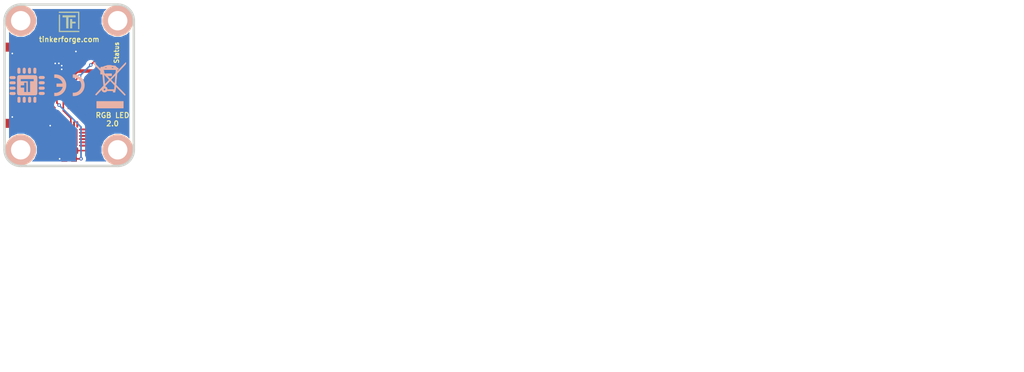
<source format=kicad_pcb>
(kicad_pcb (version 20221018) (generator pcbnew)
  (title_block (title "RGB LED Bricklet") (date "2018-06-27") (rev "2.0") (company "Tinkerforge GmbH") (comment 1 "Licensed under CERN OHL v.1.1") (comment 2 "Copyright (©) 2018, L.Lauer <lukas@tinkerforge.com>"))
  (layers (0 "F.Cu" signal "Vorderseite") (31 "B.Cu" signal "Rückseite") (34 "B.Paste" user) (35 "F.Paste" user) (36 "B.SilkS" user "B.Silkscreen") (37 "F.SilkS" user "F.Silkscreen") (38 "B.Mask" user) (39 "F.Mask" user) (44 "Edge.Cuts" user))
  (net 0 "")
  (net 1 "GND")
  (net 2 "VCC")
  (net 3 "Net-(P1-Pad6)")
  (net 4 "Net-(C1-Pad1)")
  (net 5 "Net-(D1-Pad2)")
  (net 6 "Net-(D2-Pad3)")
  (net 7 "Net-(D2-Pad1)")
  (net 8 "Net-(D2-Pad2)")
  (net 9 "Net-(P1-Pad1)")
  (net 10 "Net-(P1-Pad4)")
  (net 11 "Net-(P1-Pad5)")
  (net 12 "Net-(P2-Pad1)")
  (net 13 "Net-(P3-Pad2)")
  (net 14 "R")
  (net 15 "G")
  (net 16 "Net-(R3-Pad1)")
  (net 17 "B")
  (net 18 "S-MISO")
  (net 19 "S-MOSI")
  (net 20 "S-CLK")
  (net 21 "S-CS")
  (net 22 "Net-(U1-Pad3)")
  (net 23 "Net-(U1-Pad4)")
  (net 24 "Net-(U1-Pad5)")
  (net 25 "Net-(U1-Pad6)")
  (net 26 "Net-(U1-Pad11)")
  (net 27 "Net-(U1-Pad16)")
  (net 28 "Net-(U1-Pad18)")
  (net 29 "Net-(U1-Pad19)")
  (net 30 "Net-(U1-Pad20)")
  (net 31 "Net-(U1-Pad8)")
  (net 32 "Net-(U1-Pad17)")
  (net 33 "Net-(U1-Pad15)")
  (footprint "kicad-libraries:DRILL_NP" (layer "F.Cu") (at 142.8 128.1 90)
    (fp_text reference "U3" hide)
    (fp_text value "DRILL" hide)
    (pad "" np_thru_hole circle (at 0 0 90) (size 2.99974 2.99974) (drill 2.99974) (layers "*.Cu" "*.Mask" "F.SilkS") (clearance 0.89916))
  )
  (footprint "kicad-libraries:DRILL_NP" (layer "F.Cu") (at 127.8 128.1 90)
    (fp_text reference "U4" hide)
    (fp_text value "DRILL" hide)
    (pad "" np_thru_hole circle (at 0 0 90) (size 2.99974 2.99974) (drill 2.99974) (layers "*.Cu" "*.Mask" "F.SilkS") (clearance 0.89916))
  )
  (footprint "kicad-libraries:DRILL_NP" (layer "F.Cu") (at 142.8 108.1)
    (fp_text reference "U5" hide)
    (fp_text value "DRILL" hide)
    (pad "" np_thru_hole circle (at 0 0) (size 2.99974 2.99974) (drill 2.99974) (layers "*.Cu" "*.Mask" "F.SilkS") (clearance 0.89916))
  )
  (footprint "kicad-libraries:Logo_31x31" (layer "F.Cu") (at 133.7 106.7)
    (fp_text reference "G***" hide)
    (fp_text value "Logo_31x31" hide)
  )
  (footprint "kicad-libraries:Fiducial_Mark" (layer "F.Cu") (at 131.3 127.1)
    (fp_text reference "Fiducial_Mark" hide)
    (fp_text value "VAL**" hide)
    (pad "1" smd circle (at 0 0) (size 1.00076 1.00076) (layers "F.Cu" "F.Paste" "F.Mask") (clearance 0.65024))
  )
  (footprint "kicad-libraries:Fiducial_Mark" (layer "F.Cu") (at 131.8 108.1)
    (fp_text reference "Fiducial_Mark" hide)
    (fp_text value "VAL**" hide)
    (pad "1" smd circle (at 0 0) (size 1.00076 1.00076) (layers "F.Cu" "F.Paste" "F.Mask") (clearance 0.65024))
  )
  (footprint "kicad-libraries:Fiducial_Mark" (layer "F.Cu") (at 138.8 107.1)
    (fp_text reference "Fiducial_Mark" hide)
    (fp_text value "VAL**" hide)
    (pad "1" smd circle (at 0 0) (size 1.00076 1.00076) (layers "F.Cu" "F.Paste" "F.Mask") (clearance 0.65024))
  )
  (footprint "kicad-libraries:C0402F" (layer "F.Cu") (at 131.6 123.6 -45)
    (fp_text reference "C1")
    (fp_text value "220pF")
    (pad "1" smd rect (at -0.499999 0 315) (size 0.6 0.7) (layers "F.Cu" "F.Paste" "F.Mask") (net 4 "Net-(C1-Pad1)"))
    (pad "2" smd rect (at 0.499999 0 315) (size 0.6 0.7) (layers "F.Cu" "F.Paste" "F.Mask") (net 1 "GND"))
  )
  (footprint "kicad-libraries:C0805" (layer "F.Cu") (at 131.9 116.2 90)
    (fp_text reference "C3")
    (fp_text value "10uF")
    (pad "1" smd rect (at -1.00076 0 90) (size 1.00076 1.24968) (layers "F.Cu" "F.Paste" "F.Mask") (net 2 "VCC") (clearance 0.14986))
    (pad "2" smd rect (at 1.00076 0 90) (size 1.00076 1.24968) (layers "F.Cu" "F.Paste" "F.Mask") (net 1 "GND") (clearance 0.14986))
  )
  (footprint "kicad-libraries:C0603F" (layer "F.Cu") (at 133.4 116.2 90)
    (fp_text reference "C4")
    (fp_text value "1uF")
    (pad "1" smd rect (at -0.75 0 90) (size 0.9 0.9) (layers "F.Cu" "F.Paste" "F.Mask") (net 2 "VCC"))
    (pad "2" smd rect (at 0.75 0 90) (size 0.9 0.9) (layers "F.Cu" "F.Paste" "F.Mask") (net 1 "GND"))
  )
  (footprint "kicad-libraries:C0603F" (layer "F.Cu") (at 135.3 129.5 180)
    (fp_text reference "C5")
    (fp_text value "100nF")
    (pad "1" smd rect (at -0.75 0 180) (size 0.9 0.9) (layers "F.Cu" "F.Paste" "F.Mask") (net 2 "VCC"))
    (pad "2" smd rect (at 0.75 0 180) (size 0.9 0.9) (layers "F.Cu" "F.Paste" "F.Mask") (net 1 "GND"))
  )
  (footprint "kicad-libraries:D0603F" (layer "F.Cu") (at 143.73 113.05 90)
    (fp_text reference "D1")
    (fp_text value "blue")
    (pad "1" smd rect (at -0.75 0 90) (size 0.9 0.9) (layers "F.Cu" "F.Paste" "F.Mask") (net 2 "VCC"))
    (pad "2" smd rect (at 0.75 0 90) (size 0.9 0.9) (layers "F.Cu" "F.Paste" "F.Mask") (net 5 "Net-(D1-Pad2)"))
  )
  (footprint "kicad-libraries:PLCC6-RGB" (layer "F.Cu") (at 141.9 118.1 -90)
    (fp_text reference "D2")
    (fp_text value "QBLP679E-RGB")
    (pad "1" smd rect (at 2.2 1.8 270) (size 2 1.4) (layers "F.Cu" "F.Paste" "F.Mask") (net 7 "Net-(D2-Pad1)"))
    (pad "2" smd rect (at 2.2 0 270) (size 2 1) (layers "F.Cu" "F.Paste" "F.Mask") (net 8 "Net-(D2-Pad2)"))
    (pad "3" smd rect (at 2.2 -1.8 270) (size 2 1.4) (layers "F.Cu" "F.Paste" "F.Mask") (net 6 "Net-(D2-Pad3)"))
    (pad "4" smd rect (at -2.2 -1.8 270) (size 2 1.4) (layers "F.Cu" "F.Paste" "F.Mask") (net 2 "VCC"))
    (pad "5" smd rect (at -2.2 0 270) (size 2 1) (layers "F.Cu" "F.Paste" "F.Mask") (net 2 "VCC"))
    (pad "6" smd rect (at -2.2 1.8 270) (size 2 1.4) (layers "F.Cu" "F.Paste" "F.Mask") (net 2 "VCC"))
  )
  (footprint "kicad-libraries:CON-SENSOR2" (layer "F.Cu") (at 125.3 118.1 -90)
    (fp_text reference "P1")
    (fp_text value "CON-SENSOR2")
    (pad "1" smd rect (at -3.75 -4.6 270) (size 0.6 1.8) (layers "F.Cu" "F.Paste" "F.Mask") (net 9 "Net-(P1-Pad1)"))
    (pad "2" smd rect (at -2.5 -4.6 270) (size 0.6 1.8) (layers "F.Cu" "F.Paste" "F.Mask") (net 1 "GND"))
    (pad "3" smd rect (at -1.25 -4.6 270) (size 0.6 1.8) (layers "F.Cu" "F.Paste" "F.Mask") (net 2 "VCC"))
    (pad "4" smd rect (at 0 -4.6 270) (size 0.6 1.8) (layers "F.Cu" "F.Paste" "F.Mask") (net 10 "Net-(P1-Pad4)"))
    (pad "5" smd rect (at 1.25 -4.6 270) (size 0.6 1.8) (layers "F.Cu" "F.Paste" "F.Mask") (net 11 "Net-(P1-Pad5)"))
    (pad "6" smd rect (at 2.5 -4.6 270) (size 0.6 1.8) (layers "F.Cu" "F.Paste" "F.Mask") (net 3 "Net-(P1-Pad6)"))
    (pad "7" smd rect (at 3.75 -4.6 270) (size 0.6 1.8) (layers "F.Cu" "F.Paste" "F.Mask") (net 4 "Net-(C1-Pad1)"))
    (pad "EP" smd rect (at -5.9 -1.2 270) (size 1.4 2.4) (layers "F.Cu" "F.Paste" "F.Mask") (net 1 "GND"))
    (pad "EP" smd rect (at 5.9 -1.2 270) (size 1.4 2.4) (layers "F.Cu" "F.Paste" "F.Mask") (net 1 "GND"))
  )
  (footprint "kicad-libraries:DEBUG_PAD" (layer "F.Cu") (at 131.67 128.79)
    (fp_text reference "P2")
    (fp_text value "DEBUG")
    (pad "1" smd circle (at 0 0) (size 0.7 0.7) (layers "F.Cu" "F.Paste" "F.Mask") (net 12 "Net-(P2-Pad1)"))
  )
  (footprint "kicad-libraries:SolderJumper" (layer "F.Cu") (at 135.33 112.87 180)
    (fp_text reference "P3")
    (fp_text value "BOOT")
    (pad "1" smd rect (at -0.5 0 180) (size 0.4 1.4) (layers "F.Cu" "F.Mask") (net 1 "GND"))
    (pad "1" smd rect (at -0.225 -0.55 180) (size 0.95 0.3) (layers "F.Cu" "F.Mask") (net 1 "GND"))
    (pad "1" smd rect (at -0.225 0.55 180) (size 0.95 0.3) (layers "F.Cu" "F.Mask") (net 1 "GND"))
    (pad "2" smd rect (at 0.15 0 180) (size 0.6 0.5) (layers "F.Cu" "F.Mask") (net 13 "Net-(P3-Pad2)"))
    (pad "2" smd rect (at 0.55 0 180) (size 0.3 1.4) (layers "F.Cu" "F.Mask") (net 13 "Net-(P3-Pad2)"))
  )
  (footprint "kicad-libraries:R0603F" (layer "F.Cu") (at 135.5 120.6 90)
    (fp_text reference "R1")
    (fp_text value "91")
    (pad "1" smd rect (at -0.75 0 90) (size 0.9 0.9) (layers "F.Cu" "F.Paste" "F.Mask") (net 14 "R"))
    (pad "2" smd rect (at 0.75 0 90) (size 0.9 0.9) (layers "F.Cu" "F.Paste" "F.Mask") (net 6 "Net-(D2-Pad3)"))
  )
  (footprint "kicad-libraries:R0603F" (layer "F.Cu") (at 136.9 120.6 90)
    (fp_text reference "R2")
    (fp_text value "68")
    (pad "1" smd rect (at -0.75 0 90) (size 0.9 0.9) (layers "F.Cu" "F.Paste" "F.Mask") (net 15 "G"))
    (pad "2" smd rect (at 0.75 0 90) (size 0.9 0.9) (layers "F.Cu" "F.Paste" "F.Mask") (net 8 "Net-(D2-Pad2)"))
  )
  (footprint "kicad-libraries:R0603F" (layer "F.Cu") (at 140.08 112.29)
    (fp_text reference "R3")
    (fp_text value "1k")
    (pad "1" smd rect (at -0.75 0) (size 0.9 0.9) (layers "F.Cu" "F.Paste" "F.Mask") (net 16 "Net-(R3-Pad1)"))
    (pad "2" smd rect (at 0.75 0) (size 0.9 0.9) (layers "F.Cu" "F.Paste" "F.Mask") (net 5 "Net-(D1-Pad2)"))
  )
  (footprint "kicad-libraries:R0603F" (layer "F.Cu") (at 138.3 120.6 90)
    (fp_text reference "R4")
    (fp_text value "22")
    (pad "1" smd rect (at -0.75 0 90) (size 0.9 0.9) (layers "F.Cu" "F.Paste" "F.Mask") (net 17 "B"))
    (pad "2" smd rect (at 0.75 0 90) (size 0.9 0.9) (layers "F.Cu" "F.Paste" "F.Mask") (net 7 "Net-(D2-Pad1)"))
  )
  (footprint "kicad-libraries:4X0402" (layer "F.Cu") (at 132.8 122.4 -135)
    (fp_text reference "RP1")
    (fp_text value "82")
    (pad "1" smd rect (at -0.749301 0.575 45) (size 0.29972 0.65) (layers "F.Cu" "F.Paste" "F.Mask") (net 10 "Net-(P1-Pad4)"))
    (pad "2" smd rect (at -0.24892 0.574999 45) (size 0.29972 0.65) (layers "F.Cu" "F.Paste" "F.Mask") (net 11 "Net-(P1-Pad5)"))
    (pad "3" smd rect (at 0.24892 0.574999 45) (size 0.29972 0.65) (layers "F.Cu" "F.Paste" "F.Mask") (net 3 "Net-(P1-Pad6)"))
    (pad "4" smd rect (at 0.749301 0.575 45) (size 0.29972 0.65) (layers "F.Cu" "F.Paste" "F.Mask") (net 4 "Net-(C1-Pad1)"))
    (pad "5" smd rect (at 0.749301 -0.575 225) (size 0.29972 0.65) (layers "F.Cu" "F.Paste" "F.Mask") (net 18 "S-MISO"))
    (pad "6" smd rect (at 0.24892 -0.574999 225) (size 0.29972 0.65) (layers "F.Cu" "F.Paste" "F.Mask") (net 19 "S-MOSI"))
    (pad "7" smd rect (at -0.24892 -0.574999 225) (size 0.29972 0.65) (layers "F.Cu" "F.Paste" "F.Mask") (net 20 "S-CLK"))
    (pad "8" smd rect (at -0.749301 -0.575 225) (size 0.29972 0.65) (layers "F.Cu" "F.Paste" "F.Mask") (net 21 "S-CS"))
  )
  (footprint "kicad-libraries:QFN24-4x4mm-0.5mm" (layer "F.Cu") (at 135.3 126.2)
    (fp_text reference "U1")
    (fp_text value "XMC1100")
    (pad "1" smd oval (at -2.025 -1.25) (size 1 0.3) (layers "F.Cu" "F.Paste" "F.Mask") (net 18 "S-MISO"))
    (pad "2" smd oval (at -2.025 -0.75) (size 1 0.3) (layers "F.Cu" "F.Paste" "F.Mask") (net 13 "Net-(P3-Pad2)"))
    (pad "3" smd oval (at -2.025 -0.25) (size 1 0.3) (layers "F.Cu" "F.Paste" "F.Mask") (net 22 "Net-(U1-Pad3)"))
    (pad "4" smd oval (at -2.025 0.25) (size 1 0.3) (layers "F.Cu" "F.Paste" "F.Mask") (net 23 "Net-(U1-Pad4)"))
    (pad "5" smd oval (at -2.025 0.75) (size 1 0.3) (layers "F.Cu" "F.Paste" "F.Mask") (net 24 "Net-(U1-Pad5)"))
    (pad "6" smd oval (at -2.025 1.25) (size 1 0.3) (layers "F.Cu" "F.Paste" "F.Mask") (net 25 "Net-(U1-Pad6)"))
    (pad "7" smd oval (at -1.25 2.025 90) (size 1 0.3) (layers "F.Cu" "F.Paste" "F.Mask") (net 12 "Net-(P2-Pad1)"))
    (pad "8" smd oval (at -0.75 2.025 90) (size 1 0.3) (layers "F.Cu" "F.Paste" "F.Mask") (net 31 "Net-(U1-Pad8)"))
    (pad "9" smd oval (at -0.25 2.025 90) (size 1 0.3) (layers "F.Cu" "F.Paste" "F.Mask") (net 1 "GND"))
    (pad "10" smd oval (at 0.25 2.025 90) (size 1 0.3) (layers "F.Cu" "F.Paste" "F.Mask") (net 2 "VCC"))
    (pad "11" smd oval (at 0.75 2.025 90) (size 1 0.3) (layers "F.Cu" "F.Paste" "F.Mask") (net 26 "Net-(U1-Pad11)"))
    (pad "12" smd oval (at 1.25 2.025 90) (size 1 0.3) (layers "F.Cu" "F.Paste" "F.Mask") (net 17 "B"))
    (pad "13" smd oval (at 2.025 1.25) (size 1 0.3) (layers "F.Cu" "F.Paste" "F.Mask") (net 15 "G"))
    (pad "14" smd oval (at 2.025 0.75) (size 1 0.3) (layers "F.Cu" "F.Paste" "F.Mask") (net 14 "R"))
    (pad "15" smd oval (at 2.025 0.25) (size 1 0.3) (layers "F.Cu" "F.Paste" "F.Mask") (net 33 "Net-(U1-Pad15)"))
    (pad "16" smd oval (at 2.025 -0.25) (size 1 0.3) (layers "F.Cu" "F.Paste" "F.Mask") (net 27 "Net-(U1-Pad16)"))
    (pad "17" smd oval (at 2.025 -0.75) (size 1 0.3) (layers "F.Cu" "F.Paste" "F.Mask") (net 32 "Net-(U1-Pad17)"))
    (pad "18" smd oval (at 2.025 -1.25) (size 1 0.3) (layers "F.Cu" "F.Paste" "F.Mask") (net 28 "Net-(U1-Pad18)"))
    (pad "19" smd oval (at 1.25 -2.025 90) (size 1 0.3) (layers "F.Cu" "F.Paste" "F.Mask") (net 29 "Net-(U1-Pad19)"))
    (pad "20" smd oval (at 0.75 -2.025 90) (size 1 0.3) (layers "F.Cu" "F.Paste" "F.Mask") (net 30 "Net-(U1-Pad20)"))
    (pad "21" smd oval (at 0.25 -2.025 90) (size 1 0.3) (layers "F.Cu" "F.Paste" "F.Mask") (net 16 "Net-(R3-Pad1)"))
    (pad "22" smd oval (at -0.25 -2.025 90) (size 1 0.3) (layers "F.Cu" "F.Paste" "F.Mask") (net 21 "S-CS"))
    (pad "23" smd oval (at -0.75 -2.025 90) (size 1 0.3) (layers "F.Cu" "F.Paste" "F.Mask") (net 20 "S-CLK"))
    (pad "24" smd oval (at -1.25 -2.025 90) (size 1 0.3) (layers "F.Cu" "F.Paste" "F.Mask") (net 19 "S-MOSI"))
    (pad "EXP" smd rect (at -0.65 -0.65) (size 1.3 1.3) (layers "F.Cu" "F.Paste" "F.Mask") (net 1 "GND"))
    (pad "EXP" smd rect (at -0.65 0.65) (size 1.3 1.3) (layers "F.Cu" "F.Paste" "F.Mask") (net 1 "GND"))
    (pad "EXP" smd rect (at 0.65 -0.65) (size 1.3 1.3) (layers "F.Cu" "F.Paste" "F.Mask") (net 1 "GND"))
    (pad "EXP" smd rect (at 0.65 0.65) (size 1.3 1.3) (layers "F.Cu" "F.Paste" "F.Mask") (net 1 "GND"))
  )
  (footprint "kicad-libraries:DRILL_NP" (layer "F.Cu") (at 127.8 108.1)
    (fp_text reference "U6" hide)
    (fp_text value "DRILL" hide)
    (pad "" np_thru_hole circle (at 0 0) (size 2.99974 2.99974) (drill 2.99974) (layers "*.Cu" "*.Mask" "F.SilkS") (clearance 0.89916))
  )
  (footprint "kicad-libraries:Logo_CoMCU" (layer "B.Cu") (at 128.8 118.1 180)
    (fp_text reference "G***" hide)
    (fp_text value "LOGO" hide)
  )
  (footprint "kicad-libraries:WEEE_7mm" (layer "B.Cu") (at 141.6 118.1 180)
    (fp_text reference "VAL" hide)
    (fp_text value "WEEE_7mm" hide)
  )
  (footprint "kicad-libraries:CE_5mm" (layer "B.Cu") (at 135.3 118.1 180)
    (fp_text reference "VAL" hide)
    (fp_text value "CE_5mm" hide)
  )
  (gr_arc (start 127.8 130.6) (mid 126.032233 129.867767) (end 125.3 128.1) (stroke (width 0.381)) (layer "Edge.Cuts"))
  (gr_arc (start 142.8 105.6) (mid 144.567767 106.332233) (end 145.3 108.1) (stroke (width 0.381)) (layer "Edge.Cuts"))
  (gr_line (start 142.8 105.6) (end 127.8 105.6) (stroke (width 0.381)) (layer "Edge.Cuts"))
  (gr_line (start 127.8 130.6) (end 142.8 130.6) (stroke (width 0.381)) (layer "Edge.Cuts"))
  (gr_arc (start 145.3 128.1) (mid 144.567767 129.867767) (end 142.8 130.6) (stroke (width 0.381)) (layer "Edge.Cuts"))
  (gr_line (start 125.3 108.1) (end 125.3 128.1) (stroke (width 0.381)) (layer "Edge.Cuts"))
  (gr_line (start 145.3 128.1) (end 145.3 108.1) (stroke (width 0.381)) (layer "Edge.Cuts"))
  (gr_arc (start 125.3 108.1) (mid 126.032233 106.332233) (end 127.8 105.6) (stroke (width 0.381)) (layer "Edge.Cuts"))
  (gr_text "RGB LED\n2.0" (at 142 123.4) (layer "F.SilkS") (effects (font (size 0.8001 0.8001) (thickness 0.14986))))
  (gr_text "tinkerforge.com" (at 135.3 111) (layer "F.SilkS") (effects (font (size 0.8001 0.8001) (thickness 0.14986))))
  (gr_text "Status" (at 142.63 113.05 90) (layer "F.SilkS") (effects (font (size 0.7 0.7))))
  (segment (start 130.9 115.6) (end 131.30076 115.19924) (width 0.5) (layer "F.Cu") (net 1))
  (segment (start 131.30076 115.19924) (end 131.9 115.19924) (width 0.5) (layer "F.Cu") (net 1))
  (segment (start 132.51924 115.19924) (end 132.77 115.45) (width 0.55) (layer "F.Cu") (net 1))
  (segment (start 132.77 115.45) (end 133.4 115.45) (width 0.55) (layer "F.Cu") (net 1))
  (segment (start 133.4 114.98) (end 133.14 114.72) (width 0.55) (layer "F.Cu") (net 1))
  (segment (start 133.4 115.01) (end 133.7 114.71) (width 0.55) (layer "F.Cu") (net 1))
  (segment (start 133.76 115.45) (end 134.14 115.07) (width 0.55) (layer "F.Cu") (net 1))
  (segment (start 133.96 115.45) (end 134.14 115.63) (width 0.55) (layer "F.Cu") (net 1))
  (segment (start 133.78 114.71) (end 134.14 115.07) (width 0.55) (layer "F.Cu") (net 1))
  (segment (start 133.15 114.71) (end 133.14 114.72) (width 0.55) (layer "F.Cu") (net 1))
  (segment (start 133.58 115.63) (end 133.4 115.45) (width 0.55) (layer "F.Cu") (net 1))
  (segment (start 134.65 126.85) (end 135.95 126.85) (width 0.55) (layer "F.Cu") (net 1))
  (segment (start 135.95 126.85) (end 135.95 125.55) (width 0.55) (layer "F.Cu") (net 1))
  (segment (start 135.95 125.55) (end 134.65 125.55) (width 0.55) (layer "F.Cu") (net 1))
  (segment (start 135.05 129) (end 134.55 129.5) (width 0.25) (layer "F.Cu") (net 1))
  (segment (start 135.05 127.25) (end 134.65 126.85) (width 0.25) (layer "F.Cu") (net 1))
  (segment (start 135.71 112.32) (end 135.83 112.44) (width 0.25) (layer "F.Cu") (net 1))
  (segment (start 135.83 112.44) (end 135.83 112.87) (width 0.25) (layer "F.Cu") (net 1))
  (segment (start 135.83 113.32) (end 135.73 113.42) (width 0.25) (layer "F.Cu") (net 1))
  (segment (start 135.73 113.42) (end 135.39 113.42) (width 0.25) (layer "F.Cu") (net 1))
  (segment (start 135.39 113.42) (end 135.555 113.42) (width 0.25) (layer "F.Cu") (net 1))
  (segment (start 133.4 114.98) (end 133.4 115.45) (width 0.55) (layer "F.Cu") (net 1))
  (segment (start 135.05 128.225) (end 135.05 129) (width 0.25) (layer "F.Cu") (net 1))
  (segment (start 135.555 112.32) (end 135.71 112.32) (width 0.25) (layer "F.Cu") (net 1))
  (segment (start 134.14 115.63) (end 134.14 115.07) (width 0.55) (layer "F.Cu") (net 1))
  (segment (start 134.65 125.55) (end 134.65 126.85) (width 0.55) (layer "F.Cu") (net 1))
  (segment (start 135.05 128.225) (end 135.05 127.25) (width 0.25) (layer "F.Cu") (net 1))
  (segment (start 135.83 112.87) (end 135.83 113.32) (width 0.25) (layer "F.Cu") (net 1))
  (segment (start 126.5 124) (end 126.5 123.02) (width 0.55) (layer "F.Cu") (net 1))
  (segment (start 129.9 115.6) (end 130.9 115.6) (width 0.5) (layer "F.Cu") (net 1))
  (segment (start 126.5 112.2) (end 126.5 113.18) (width 0.55) (layer "F.Cu") (net 1))
  (segment (start 133.7 114.71) (end 133.78 114.71) (width 0.55) (layer "F.Cu") (net 1))
  (segment (start 133.96 115.45) (end 133.4 115.45) (width 0.55) (layer "F.Cu") (net 1))
  (segment (start 134.55 129.5) (end 133.82 129.5) (width 0.55) (layer "F.Cu") (net 1))
  (segment (start 134.14 115.63) (end 133.58 115.63) (width 0.55) (layer "F.Cu") (net 1))
  (segment (start 131.953553 123.953553) (end 132.36 124.36) (width 0.55) (layer "F.Cu") (net 1))
  (segment (start 133.4 115.45) (end 133.4 115.01) (width 0.55) (layer "F.Cu") (net 1))
  (segment (start 135.83 112.87) (end 136.34 112.87) (width 0.25) (layer "F.Cu") (net 1))
  (segment (start 133.7 114.71) (end 133.15 114.71) (width 0.55) (layer "F.Cu") (net 1))
  (segment (start 131.9 115.19924) (end 132.51924 115.19924) (width 0.55) (layer "F.Cu") (net 1))
  (via (at 126.5 113.18) (size 0.55) (drill 0.25) (layers "F.Cu" "B.Cu") (net 1))
  (via (at 133.14 114.72) (size 0.55) (drill 0.25) (layers "F.Cu" "B.Cu") (net 1))
  (via (at 126.5 123.02) (size 0.55) (drill 0.25) (layers "F.Cu" "B.Cu") (net 1))
  (via (at 134.14 115.63) (size 0.55) (drill 0.25) (layers "F.Cu" "B.Cu") (net 1))
  (via (at 133.82 129.5) (size 0.55) (drill 0.25) (layers "F.Cu" "B.Cu") (net 1))
  (via (at 136.34 112.87) (size 0.55) (drill 0.25) (layers "F.Cu" "B.Cu") (net 1))
  (via (at 134.14 115.07) (size 0.55) (drill 0.25) (layers "F.Cu" "B.Cu") (net 1))
  (via (at 132.36 124.36) (size 0.55) (drill 0.25) (layers "F.Cu" "B.Cu") (net 1))
  (via (at 133.7 114.71) (size 0.55) (drill 0.25) (layers "F.Cu" "B.Cu") (net 1))
  (segment (start 130.89 116.85) (end 131.24076 117.20076) (width 0.55) (layer "F.Cu") (net 2))
  (segment (start 131.24076 117.20076) (end 131.9 117.20076) (width 0.55) (layer "F.Cu") (net 2))
  (segment (start 132.55924 117.20076) (end 132.81 116.95) (width 0.55) (layer "F.Cu") (net 2))
  (segment (start 132.81 116.95) (end 133.4 116.95) (width 0.55) (layer "F.Cu") (net 2))
  (segment (start 135.49 116.95) (end 136.54 115.9) (width 0.55) (layer "F.Cu") (net 2))
  (segment (start 136.54 115.9) (end 141.9 115.9) (width 0.55) (layer "F.Cu") (net 2))
  (segment (start 141.9 115.9) (end 143.7 115.9) (width 0.55) (layer "F.Cu") (net 2))
  (segment (start 135.55 129) (end 136.05 129.5) (width 0.25) (layer "F.Cu") (net 2))
  (segment (start 143.7 113.83) (end 143.73 113.8) (width 0.25) (layer "F.Cu") (net 2))
  (segment (start 133.4 120.84) (end 133.74 121.18) (width 0.25) (layer "F.Cu") (net 2))
  (segment (start 137.13 129.49) (end 137.12 129.5) (width 0.25) (layer "F.Cu") (net 2))
  (segment (start 137.12 129.5) (end 136.05 129.5) (width 0.25) (layer "F.Cu") (net 2))
  (segment (start 133.4 116.95) (end 133.4 120.84) (width 0.25) (layer "F.Cu") (net 2))
  (segment (start 143.7 115.9) (end 143.7 113.83) (width 0.25) (layer "F.Cu") (net 2))
  (segment (start 133.4 116.95) (end 135.49 116.95) (width 0.55) (layer "F.Cu") (net 2))
  (segment (start 129.9 116.85) (end 130.89 116.85) (width 0.55) (layer "F.Cu") (net 2))
  (segment (start 131.9 117.20076) (end 132.55924 117.20076) (width 0.55) (layer "F.Cu") (net 2))
  (segment (start 135.55 128.225) (end 135.55 129) (width 0.25) (layer "F.Cu") (net 2))
  (segment (start 141.9 115.9) (end 140.1 115.9) (width 0.55) (layer "F.Cu") (net 2))
  (via (at 133.74 121.18) (size 0.55) (drill 0.25) (layers "F.Cu" "B.Cu") (net 2))
  (via (at 137.13 129.49) (size 0.55) (drill 0.25) (layers "F.Cu" "B.Cu") (net 2))
  (segment (start 133.74 121.18) (end 137.13 124.57) (width 0.25) (layer "B.Cu") (net 2))
  (segment (start 137.13 124.57) (end 137.13 129.49) (width 0.25) (layer "B.Cu") (net 2))
  (segment (start 130.8 120.6) (end 131.1 120.9) (width 0.2) (layer "F.Cu") (net 3))
  (segment (start 131.1 120.9) (end 131.1 121.052026) (width 0.2) (layer "F.Cu") (net 3))
  (segment (start 131.1 121.052026) (end 132.217401 122.169427) (width 0.2) (layer "F.Cu") (net 3))
  (segment (start 129.9 120.6) (end 130.647974 120.6) (width 0.2) (layer "F.Cu") (net 3))
  (segment (start 129.9 120.6) (end 130.8 120.6) (width 0.2) (layer "F.Cu") (net 3))
  (segment (start 129.9 121.9) (end 131.246447 123.246447) (width 0.2) (layer "F.Cu") (net 4))
  (segment (start 131.246447 123.14038) (end 131.863578 122.523249) (width 0.2) (layer "F.Cu") (net 4))
  (segment (start 131.246447 123.246447) (end 131.246447 123.14038) (width 0.2) (layer "F.Cu") (net 4))
  (segment (start 129.9 121.85) (end 129.9 121.9) (width 0.2) (layer "F.Cu") (net 4))
  (segment (start 140.84 112.3) (end 140.83 112.29) (width 0.25) (layer "F.Cu") (net 5))
  (segment (start 143.73 112.3) (end 140.84 112.3) (width 0.25) (layer "F.Cu") (net 5))
  (segment (start 135.5 118.9) (end 136.8 117.6) (width 0.29972) (layer "F.Cu") (net 6))
  (segment (start 136.8 117.6) (end 142.8 117.6) (width 0.29972) (layer "F.Cu") (net 6))
  (segment (start 142.8 117.6) (end 143.7 118.5) (width 0.29972) (layer "F.Cu") (net 6))
  (segment (start 143.7 118.5) (end 143.7 120.3) (width 0.29972) (layer "F.Cu") (net 6))
  (segment (start 135.5 119.85) (end 135.5 118.9) (width 0.29972) (layer "F.Cu") (net 6))
  (segment (start 138.3 119.1) (end 138.8 118.6) (width 0.29972) (layer "F.Cu") (net 7))
  (segment (start 138.8 118.6) (end 139.8 118.6) (width 0.29972) (layer "F.Cu") (net 7))
  (segment (start 139.8 118.6) (end 140.1 118.9) (width 0.29972) (layer "F.Cu") (net 7))
  (segment (start 140.1 118.9) (end 140.1 120.3) (width 0.29972) (layer "F.Cu") (net 7))
  (segment (start 138.3 119.85) (end 138.3 119.1) (width 0.29972) (layer "F.Cu") (net 7))
  (segment (start 136.9 119.1) (end 137.9 118.1) (width 0.29972) (layer "F.Cu") (net 8))
  (segment (start 137.9 118.1) (end 141.2 118.1) (width 0.29972) (layer "F.Cu") (net 8))
  (segment (start 141.2 118.1) (end 141.9 118.8) (width 0.29972) (layer "F.Cu") (net 8))
  (segment (start 141.9 118.8) (end 141.9 120.3) (width 0.29972) (layer "F.Cu") (net 8))
  (segment (start 136.9 119.85) (end 136.9 119.1) (width 0.29972) (layer "F.Cu") (net 8))
  (segment (start 131.2 118.1) (end 131.9 118.8) (width 0.2) (layer "F.Cu") (net 10))
  (segment (start 131.9 118.8) (end 131.9 120.440329) (width 0.2) (layer "F.Cu") (net 10))
  (segment (start 131.9 120.440329) (end 132.923249 121.463578) (width 0.2) (layer "F.Cu") (net 10))
  (segment (start 129.9 118.1) (end 131.2 118.1) (width 0.2) (layer "F.Cu") (net 10))
  (segment (start 130.75 119.35) (end 131.4 120) (width 0.2) (layer "F.Cu") (net 11))
  (segment (start 131.4 120) (end 131.4 120.647974) (width 0.2) (layer "F.Cu") (net 11))
  (segment (start 131.4 120.647974) (end 132.569427 121.817401) (width 0.2) (layer "F.Cu") (net 11))
  (segment (start 129.9 119.35) (end 130.75 119.35) (width 0.2) (layer "F.Cu") (net 11))
  (segment (start 133.405 128.225) (end 132.84 128.79) (width 0.25) (layer "F.Cu") (net 12))
  (segment (start 132.84 128.79) (end 131.67 128.79) (width 0.25) (layer "F.Cu") (net 12))
  (segment (start 134.05 128.225) (end 133.405 128.225) (width 0.25) (layer "F.Cu") (net 12))
  (segment (start 131.66 125.45) (end 128.13 121.92) (width 0.25) (layer "F.Cu") (net 13))
  (segment (start 128.13 121.92) (end 128.13 114.39) (width 0.25) (layer "F.Cu") (net 13))
  (segment (start 128.13 114.39) (end 129.65 112.87) (width 0.25) (layer "F.Cu") (net 13))
  (segment (start 129.65 112.87) (end 134.78 112.87) (width 0.25) (layer "F.Cu") (net 13))
  (segment (start 133.275 125.45) (end 131.66 125.45) (width 0.25) (layer "F.Cu") (net 13))
  (segment (start 134.78 112.87) (end 135.18 112.87) (width 0.25) (layer "F.Cu") (net 13))
  (segment (start 135.5 121.7) (end 136.3 122.5) (width 0.25) (layer "F.Cu") (net 14))
  (segment (start 136.3 122.5) (end 136.7 122.5) (width 0.25) (layer "F.Cu") (net 14))
  (segment (start 136.7 122.5) (end 138.5 124.3) (width 0.25) (layer "F.Cu") (net 14))
  (segment (start 138.5 124.3) (end 138.5 126.6) (width 0.25) (layer "F.Cu") (net 14))
  (segment (start 138.5 126.6) (end 138.15 126.95) (width 0.25) (layer "F.Cu") (net 14))
  (segment (start 138.15 126.95) (end 137.325 126.95) (width 0.25) (layer "F.Cu") (net 14))
  (segment (start 135.5 121.35) (end 135.5 121.7) (width 0.25) (layer "F.Cu") (net 14))
  (segment (start 136.9 121.9) (end 138.9 123.9) (width 0.25) (layer "F.Cu") (net 15))
  (segment (start 138.9 123.9) (end 138.9 127) (width 0.25) (layer "F.Cu") (net 15))
  (segment (start 138.9 127) (end 138.45 127.45) (width 0.25) (layer "F.Cu") (net 15))
  (segment (start 138.45 127.45) (end 137.325 127.45) (width 0.25) (layer "F.Cu") (net 15))
  (segment (start 136.9 121.35) (end 136.9 121.9) (width 0.25) (layer "F.Cu") (net 15))
  (segment (start 135.55 123.2) (end 134.39 122.04) (width 0.25) (layer "F.Cu") (net 16))
  (segment (start 134.39 122.04) (end 134.39 119.2) (width 0.25) (layer "F.Cu") (net 16))
  (segment (start 134.39 119.2) (end 136.89 116.7) (width 0.25) (layer "F.Cu") (net 16))
  (segment (start 138.64 114.96) (end 139.33 114.27) (width 0.25) (layer "F.Cu") (net 16))
  (segment (start 139.33 114.27) (end 139.33 112.29) (width 0.25) (layer "F.Cu") (net 16))
  (segment (start 135.55 124.175) (end 135.55 123.2) (width 0.25) (layer "F.Cu") (net 16))
  (via (at 138.64 114.96) (size 0.55) (drill 0.25) (layers "F.Cu" "B.Cu") (net 16))
  (via (at 136.89 116.7) (size 0.55) (drill 0.25) (layers "F.Cu" "B.Cu") (net 16))
  (segment (start 136.89 116.7) (end 138.63 114.96) (width 0.25) (layer "B.Cu") (net 16))
  (segment (start 138.63 114.96) (end 138.64 114.96) (width 0.25) (layer "B.Cu") (net 16))
  (segment (start 138.3 122.6) (end 139.3 123.6) (width 0.25) (layer "F.Cu") (net 17))
  (segment (start 139.3 123.6) (end 139.3 127.7) (width 0.25) (layer "F.Cu") (net 17))
  (segment (start 139.3 127.7) (end 138.775 128.225) (width 0.25) (layer "F.Cu") (net 17))
  (segment (start 138.775 128.225) (end 136.55 128.225) (width 0.25) (layer "F.Cu") (net 17))
  (segment (start 138.3 121.35) (end 138.3 122.6) (width 0.25) (layer "F.Cu") (net 17))
  (segment (start 133.275 123.934671) (end 132.676751 123.336422) (width 0.2) (layer "F.Cu") (net 18))
  (segment (start 133.275 124.95) (end 133.275 123.934671) (width 0.2) (layer "F.Cu") (net 18))
  (segment (start 134.05 123.85) (end 133.8 123.6) (width 0.2) (layer "F.Cu") (net 19))
  (segment (start 133.8 123.6) (end 133.647974 123.6) (width 0.2) (layer "F.Cu") (net 19))
  (segment (start 133.647974 123.6) (end 133.030573 122.982599) (width 0.2) (layer "F.Cu") (net 19))
  (segment (start 134.05 124.175) (end 134.05 123.85) (width 0.2) (layer "F.Cu") (net 19))
  (segment (start 134.55 123.55) (end 134.2 123.2) (width 0.2) (layer "F.Cu") (net 20))
  (segment (start 134.2 123.2) (end 133.952026 123.2) (width 0.2) (layer "F.Cu") (net 20))
  (segment (start 133.952026 123.2) (end 133.382599 122.630573) (width 0.2) (layer "F.Cu") (net 20))
  (segment (start 134.55 124.175) (end 134.55 123.55) (width 0.2) (layer "F.Cu") (net 20))
  (segment (start 133.776751 122.276751) (end 135.05 123.55) (width 0.2) (layer "F.Cu") (net 21))
  (segment (start 135.05 123.55) (end 135.05 124.175) (width 0.2) (layer "F.Cu") (net 21))
  (segment (start 133.736422 122.276751) (end 133.776751 122.276751) (width 0.2) (layer "F.Cu") (net 21))
  (zone (net 1) (net_name "GND") (layer "B.Cu") (connect_pads (clearance 0.4)) (min_thickness 0.2) (fill yes (thermal_gap 0.21) (thermal_bridge_width 0.21))
    (polygon (pts (xy 125.3 105.6) (xy 145.3 105.6) (xy 145.3 130.6) (xy 125.3 130.6)))
  )
)
</source>
